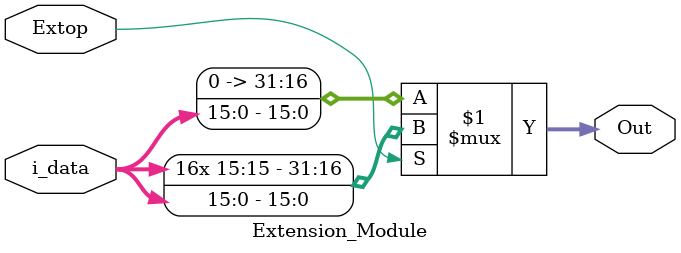
<source format=v>
`timescale 1ns / 1ps


module Extension_Module(
    input [15:0]i_data,
    input Extop, 
    output [31:0]Out

    );
    assign Out[31:0]=(Extop)?{{16{i_data[15]}},i_data[15:0]}:{{16{1'b0}},i_data[15:0]};
endmodule

</source>
